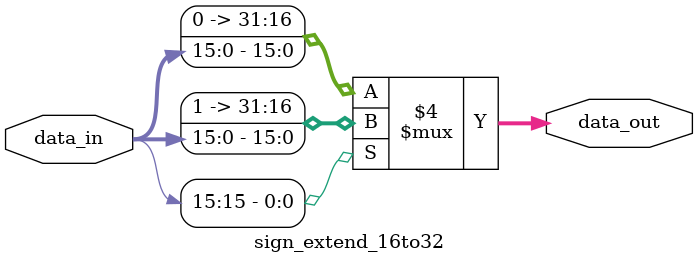
<source format=v>
module sign_extend_16to32(
    input wire [15:0] data_in,
    output reg [31:0] data_out
);

    always @(data_in)
        begin
            if (data_in[15] == 1'b1)
                begin
                    data_out = {{16{1'b1}},data_in};
                end
            else
                begin
                    data_out = {{16{1'b0}},data_in};
                end
        end
endmodule
</source>
